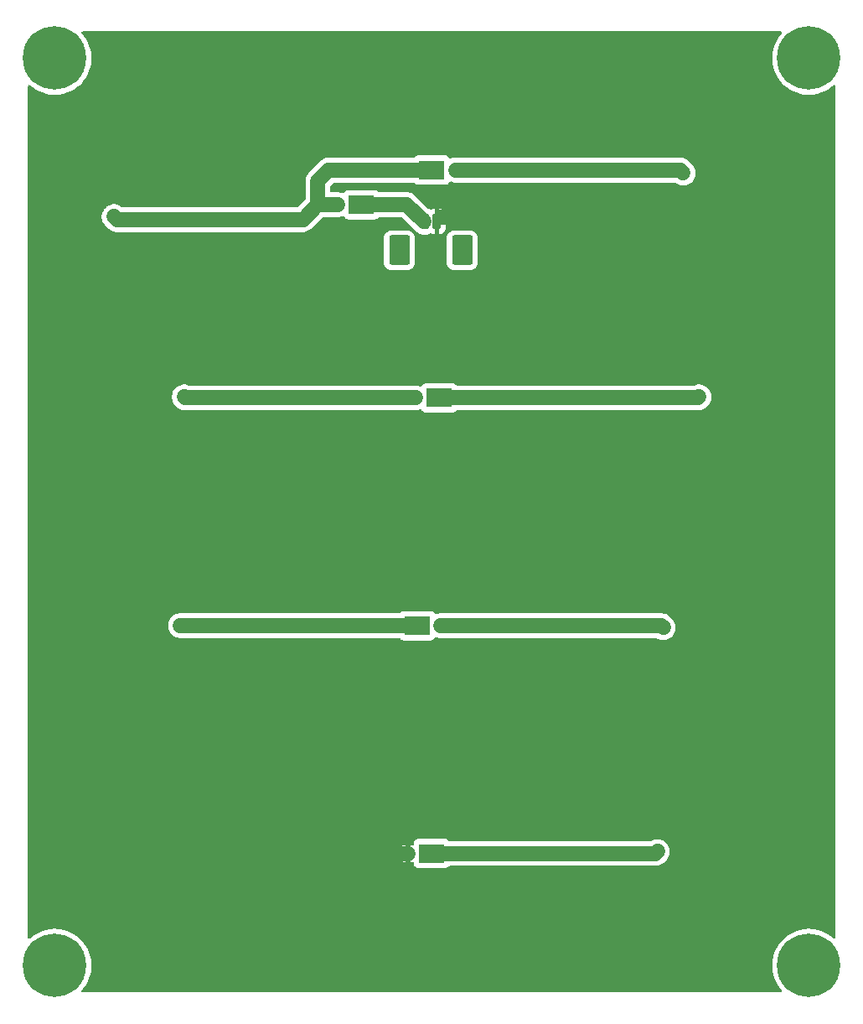
<source format=gbr>
%TF.GenerationSoftware,KiCad,Pcbnew,9.0.0-rc3*%
%TF.CreationDate,2025-06-30T09:22:31-05:00*%
%TF.ProjectId,pv_panel,70765f70-616e-4656-9c2e-6b696361645f,rev?*%
%TF.SameCoordinates,Original*%
%TF.FileFunction,Copper,L2,Bot*%
%TF.FilePolarity,Positive*%
%FSLAX46Y46*%
G04 Gerber Fmt 4.6, Leading zero omitted, Abs format (unit mm)*
G04 Created by KiCad (PCBNEW 9.0.0-rc3) date 2025-06-30 09:22:31*
%MOMM*%
%LPD*%
G01*
G04 APERTURE LIST*
G04 Aperture macros list*
%AMRoundRect*
0 Rectangle with rounded corners*
0 $1 Rounding radius*
0 $2 $3 $4 $5 $6 $7 $8 $9 X,Y pos of 4 corners*
0 Add a 4 corners polygon primitive as box body*
4,1,4,$2,$3,$4,$5,$6,$7,$8,$9,$2,$3,0*
0 Add four circle primitives for the rounded corners*
1,1,$1+$1,$2,$3*
1,1,$1+$1,$4,$5*
1,1,$1+$1,$6,$7*
1,1,$1+$1,$8,$9*
0 Add four rect primitives between the rounded corners*
20,1,$1+$1,$2,$3,$4,$5,0*
20,1,$1+$1,$4,$5,$6,$7,0*
20,1,$1+$1,$6,$7,$8,$9,0*
20,1,$1+$1,$8,$9,$2,$3,0*%
G04 Aperture macros list end*
%TA.AperFunction,ComponentPad*%
%ADD10C,0.800000*%
%TD*%
%TA.AperFunction,ComponentPad*%
%ADD11C,6.400000*%
%TD*%
%TA.AperFunction,SMDPad,CuDef*%
%ADD12R,0.838200X0.660400*%
%TD*%
%TA.AperFunction,SMDPad,CuDef*%
%ADD13R,2.641600X1.955800*%
%TD*%
%TA.AperFunction,SMDPad,CuDef*%
%ADD14RoundRect,0.200000X0.200000X0.600000X-0.200000X0.600000X-0.200000X-0.600000X0.200000X-0.600000X0*%
%TD*%
%TA.AperFunction,SMDPad,CuDef*%
%ADD15RoundRect,0.250001X0.799999X1.249999X-0.799999X1.249999X-0.799999X-1.249999X0.799999X-1.249999X0*%
%TD*%
%TA.AperFunction,ViaPad*%
%ADD16C,1.500000*%
%TD*%
%TA.AperFunction,Conductor*%
%ADD17C,1.500000*%
%TD*%
G04 APERTURE END LIST*
D10*
%TO.P,H1,1*%
%TO.N,N/C*%
X106100000Y-42100000D03*
X106802944Y-40402944D03*
X106802944Y-43797056D03*
X108500000Y-39700000D03*
D11*
X108500000Y-42100000D03*
D10*
X108500000Y-44500000D03*
X110197056Y-40402944D03*
X110197056Y-43797056D03*
X110900000Y-42100000D03*
%TD*%
%TO.P,H4,1*%
%TO.N,N/C*%
X182300000Y-133700000D03*
X183002944Y-132002944D03*
X183002944Y-135397056D03*
X184700000Y-131300000D03*
D11*
X184700000Y-133700000D03*
D10*
X184700000Y-136100000D03*
X186397056Y-132002944D03*
X186397056Y-135397056D03*
X187100000Y-133700000D03*
%TD*%
%TO.P,H3,1*%
%TO.N,N/C*%
X106100000Y-133700000D03*
X106802944Y-132002944D03*
X106802944Y-135397056D03*
X108500000Y-131300000D03*
D11*
X108500000Y-133700000D03*
D10*
X108500000Y-136100000D03*
X110197056Y-132002944D03*
X110197056Y-135397056D03*
X110900000Y-133700000D03*
%TD*%
%TO.P,H2,1*%
%TO.N,N/C*%
X182300000Y-42100000D03*
X183002944Y-40402944D03*
X183002944Y-43797056D03*
X184700000Y-39700000D03*
D11*
X184700000Y-42100000D03*
D10*
X184700000Y-44500000D03*
X186397056Y-40402944D03*
X186397056Y-43797056D03*
X187100000Y-42100000D03*
%TD*%
D12*
%TO.P,CR3,1*%
%TO.N,Net-(PV3--)*%
X147502000Y-99400000D03*
D13*
%TO.P,CR3,2*%
%TO.N,Net-(PV3-+)*%
X145111800Y-99400000D03*
%TD*%
D12*
%TO.P,CR2,1*%
%TO.N,Net-(PV3-+)*%
X144953900Y-76400000D03*
D13*
%TO.P,CR2,2*%
%TO.N,Net-(PV1--)*%
X147344100Y-76400000D03*
%TD*%
D12*
%TO.P,CR1,1*%
%TO.N,Net-(PV1--)*%
X148990200Y-53400000D03*
D13*
%TO.P,CR1,2*%
%TO.N,Net-(PV1-+)*%
X146600000Y-53400000D03*
%TD*%
D12*
%TO.P,CR0,1*%
%TO.N,Net-(PV1-+)*%
X137109800Y-56900000D03*
D13*
%TO.P,CR0,2*%
%TO.N,VPV*%
X139500000Y-56900000D03*
%TD*%
D14*
%TO.P,J1,1,Pin_1*%
%TO.N,GND*%
X147125000Y-58600000D03*
%TO.P,J1,2,Pin_2*%
%TO.N,VPV*%
X145875000Y-58600000D03*
D15*
%TO.P,J1,MP*%
%TO.N,N/C*%
X149675000Y-61500000D03*
X143325000Y-61500000D03*
%TD*%
D12*
%TO.P,CR4,1*%
%TO.N,GND*%
X144209800Y-122400000D03*
D13*
%TO.P,CR4,2*%
%TO.N,Net-(PV3--)*%
X146600000Y-122400000D03*
%TD*%
D16*
%TO.N,GND*%
X154400000Y-57300000D03*
X122100000Y-122300000D03*
%TO.N,Net-(PV1-+)*%
X114500000Y-58100000D03*
%TO.N,Net-(PV3-+)*%
X121200000Y-99400000D03*
X121600000Y-76300000D03*
%TO.N,Net-(PV3--)*%
X170000000Y-99600000D03*
X169400000Y-122200000D03*
%TO.N,Net-(PV1--)*%
X172000000Y-53700000D03*
X173600000Y-76300000D03*
%TD*%
D17*
%TO.N,GND*%
X153500000Y-58200000D02*
X147600000Y-58200000D01*
X154400000Y-57300000D02*
X153500000Y-58200000D01*
X122100000Y-122300000D02*
X122200000Y-122400000D01*
X122200000Y-122400000D02*
X144209800Y-122400000D01*
%TO.N,VPV*%
X144074000Y-56900000D02*
X145774000Y-58600000D01*
X139500000Y-56900000D02*
X144074000Y-56900000D01*
%TO.N,Net-(PV1-+)*%
X136200000Y-53400000D02*
X146600000Y-53400000D01*
X135100000Y-56900000D02*
X137109800Y-56900000D01*
X133600000Y-58400000D02*
X114800000Y-58400000D01*
X114800000Y-58400000D02*
X114500000Y-58100000D01*
X135100000Y-54500000D02*
X136200000Y-53400000D01*
X133600000Y-58400000D02*
X135100000Y-56900000D01*
X135100000Y-56900000D02*
X135100000Y-54500000D01*
%TO.N,Net-(PV3-+)*%
X144953900Y-76400000D02*
X121700000Y-76400000D01*
X121700000Y-76400000D02*
X121600000Y-76300000D01*
X121200000Y-99400000D02*
X145111800Y-99400000D01*
%TO.N,Net-(PV3--)*%
X170000000Y-99600000D02*
X169800000Y-99400000D01*
X169200000Y-122400000D02*
X169400000Y-122200000D01*
X169800000Y-99400000D02*
X147502000Y-99400000D01*
X146600000Y-122400000D02*
X169200000Y-122400000D01*
%TO.N,Net-(PV1--)*%
X147344100Y-76400000D02*
X173500000Y-76400000D01*
X173500000Y-76400000D02*
X173600000Y-76300000D01*
X171700000Y-53400000D02*
X148990200Y-53400000D01*
X172000000Y-53700000D02*
X171700000Y-53400000D01*
%TD*%
%TA.AperFunction,Conductor*%
%TO.N,GND*%
G36*
X181933878Y-39420185D02*
G01*
X181979633Y-39472989D01*
X181989577Y-39542147D01*
X181960552Y-39605703D01*
X181955512Y-39611115D01*
X181954810Y-39611889D01*
X181724150Y-39892950D01*
X181724140Y-39892964D01*
X181522151Y-40195261D01*
X181522140Y-40195279D01*
X181350756Y-40515916D01*
X181350754Y-40515921D01*
X181211614Y-40851834D01*
X181106067Y-41199776D01*
X181106064Y-41199787D01*
X181035137Y-41556369D01*
X180999500Y-41918209D01*
X180999500Y-42281790D01*
X181035137Y-42643630D01*
X181106064Y-43000212D01*
X181106067Y-43000223D01*
X181211614Y-43348165D01*
X181350754Y-43684078D01*
X181350756Y-43684083D01*
X181522140Y-44004720D01*
X181522151Y-44004738D01*
X181724140Y-44307035D01*
X181724150Y-44307049D01*
X181954807Y-44588106D01*
X182211893Y-44845192D01*
X182211898Y-44845196D01*
X182211899Y-44845197D01*
X182492956Y-45075854D01*
X182795268Y-45277853D01*
X182795277Y-45277858D01*
X182795279Y-45277859D01*
X183115916Y-45449243D01*
X183115918Y-45449243D01*
X183115924Y-45449247D01*
X183451836Y-45588386D01*
X183799767Y-45693930D01*
X183799773Y-45693931D01*
X183799776Y-45693932D01*
X183799787Y-45693935D01*
X184156369Y-45764862D01*
X184518206Y-45800500D01*
X184518209Y-45800500D01*
X184881791Y-45800500D01*
X184881794Y-45800500D01*
X185243631Y-45764862D01*
X185313045Y-45751054D01*
X185600212Y-45693935D01*
X185600223Y-45693932D01*
X185600223Y-45693931D01*
X185600233Y-45693930D01*
X185948164Y-45588386D01*
X186284076Y-45449247D01*
X186604732Y-45277853D01*
X186907044Y-45075854D01*
X187188101Y-44845197D01*
X187188106Y-44845192D01*
X187188110Y-44845189D01*
X187190363Y-44843148D01*
X187190939Y-44843783D01*
X187249110Y-44812001D01*
X187318803Y-44816967D01*
X187374747Y-44858823D01*
X187399182Y-44924281D01*
X187399500Y-44933160D01*
X187399500Y-130866839D01*
X187379815Y-130933878D01*
X187327011Y-130979633D01*
X187257853Y-130989577D01*
X187194297Y-130960552D01*
X187188884Y-130955512D01*
X187188110Y-130954810D01*
X186907049Y-130724150D01*
X186907048Y-130724149D01*
X186907044Y-130724146D01*
X186604732Y-130522147D01*
X186604727Y-130522144D01*
X186604720Y-130522140D01*
X186284083Y-130350756D01*
X186284078Y-130350754D01*
X185948165Y-130211614D01*
X185600223Y-130106067D01*
X185600212Y-130106064D01*
X185243630Y-130035137D01*
X184971111Y-130008296D01*
X184881794Y-129999500D01*
X184518206Y-129999500D01*
X184435679Y-130007628D01*
X184156369Y-130035137D01*
X183799787Y-130106064D01*
X183799776Y-130106067D01*
X183451834Y-130211614D01*
X183115921Y-130350754D01*
X183115916Y-130350756D01*
X182795279Y-130522140D01*
X182795261Y-130522151D01*
X182492964Y-130724140D01*
X182492950Y-130724150D01*
X182211893Y-130954807D01*
X181954807Y-131211893D01*
X181724150Y-131492950D01*
X181724140Y-131492964D01*
X181522151Y-131795261D01*
X181522140Y-131795279D01*
X181350756Y-132115916D01*
X181350754Y-132115921D01*
X181211614Y-132451834D01*
X181106067Y-132799776D01*
X181106064Y-132799787D01*
X181035137Y-133156369D01*
X180999500Y-133518209D01*
X180999500Y-133881790D01*
X181035137Y-134243630D01*
X181106064Y-134600212D01*
X181106067Y-134600223D01*
X181211614Y-134948165D01*
X181350754Y-135284078D01*
X181350756Y-135284083D01*
X181522140Y-135604720D01*
X181522151Y-135604738D01*
X181724140Y-135907035D01*
X181724150Y-135907049D01*
X181954810Y-136188110D01*
X181956852Y-136190363D01*
X181956221Y-136190934D01*
X181988005Y-136249142D01*
X181983021Y-136318834D01*
X181941149Y-136374767D01*
X181875685Y-136399184D01*
X181866839Y-136399500D01*
X111333161Y-136399500D01*
X111266122Y-136379815D01*
X111220367Y-136327011D01*
X111210423Y-136257853D01*
X111239448Y-136194297D01*
X111244487Y-136188884D01*
X111245189Y-136188110D01*
X111245193Y-136188104D01*
X111245197Y-136188101D01*
X111475854Y-135907044D01*
X111677853Y-135604732D01*
X111849247Y-135284076D01*
X111988386Y-134948164D01*
X112093930Y-134600233D01*
X112093932Y-134600223D01*
X112093935Y-134600212D01*
X112164862Y-134243630D01*
X112200500Y-133881790D01*
X112200500Y-133518209D01*
X112164862Y-133156369D01*
X112093935Y-132799787D01*
X112093932Y-132799776D01*
X112093931Y-132799773D01*
X112093930Y-132799767D01*
X111988386Y-132451836D01*
X111849247Y-132115924D01*
X111677853Y-131795268D01*
X111475854Y-131492956D01*
X111245197Y-131211899D01*
X111245196Y-131211898D01*
X111245192Y-131211893D01*
X110988106Y-130954807D01*
X110707049Y-130724150D01*
X110707048Y-130724149D01*
X110707044Y-130724146D01*
X110404732Y-130522147D01*
X110404727Y-130522144D01*
X110404720Y-130522140D01*
X110084083Y-130350756D01*
X110084078Y-130350754D01*
X109748165Y-130211614D01*
X109400223Y-130106067D01*
X109400212Y-130106064D01*
X109043630Y-130035137D01*
X108771111Y-130008296D01*
X108681794Y-129999500D01*
X108318206Y-129999500D01*
X108235679Y-130007628D01*
X107956369Y-130035137D01*
X107599787Y-130106064D01*
X107599776Y-130106067D01*
X107251834Y-130211614D01*
X106915921Y-130350754D01*
X106915916Y-130350756D01*
X106595279Y-130522140D01*
X106595261Y-130522151D01*
X106292964Y-130724140D01*
X106292950Y-130724150D01*
X106011889Y-130954810D01*
X106009637Y-130956852D01*
X106009065Y-130956221D01*
X105950858Y-130988005D01*
X105881166Y-130983021D01*
X105825233Y-130941149D01*
X105800816Y-130875685D01*
X105800500Y-130866839D01*
X105800500Y-122778044D01*
X143290700Y-122778044D01*
X143297101Y-122837572D01*
X143297103Y-122837579D01*
X143347345Y-122972286D01*
X143347349Y-122972293D01*
X143433509Y-123087387D01*
X143433512Y-123087390D01*
X143548606Y-123173550D01*
X143548613Y-123173554D01*
X143683320Y-123223796D01*
X143683327Y-123223798D01*
X143742855Y-123230199D01*
X143742872Y-123230200D01*
X143959800Y-123230200D01*
X143959800Y-122650000D01*
X143290700Y-122650000D01*
X143290700Y-122778044D01*
X105800500Y-122778044D01*
X105800500Y-122021955D01*
X143290700Y-122021955D01*
X143290700Y-122150000D01*
X143959800Y-122150000D01*
X143959800Y-121569800D01*
X144459800Y-121569800D01*
X144459800Y-123230200D01*
X144654701Y-123230200D01*
X144721740Y-123249885D01*
X144767495Y-123302689D01*
X144778701Y-123354200D01*
X144778701Y-123425776D01*
X144785108Y-123485383D01*
X144835402Y-123620228D01*
X144835406Y-123620235D01*
X144921652Y-123735444D01*
X144921655Y-123735447D01*
X145036864Y-123821693D01*
X145036871Y-123821697D01*
X145171717Y-123871991D01*
X145171716Y-123871991D01*
X145178644Y-123872735D01*
X145231327Y-123878400D01*
X147968672Y-123878399D01*
X148028283Y-123871991D01*
X148163131Y-123821696D01*
X148278346Y-123735446D01*
X148304739Y-123700190D01*
X148360672Y-123658318D01*
X148404006Y-123650500D01*
X169298422Y-123650500D01*
X169492826Y-123619709D01*
X169680026Y-123558884D01*
X169855405Y-123469524D01*
X170014646Y-123353828D01*
X170353829Y-123014645D01*
X170469524Y-122855405D01*
X170558884Y-122680026D01*
X170619709Y-122492826D01*
X170619866Y-122491835D01*
X170619868Y-122491825D01*
X170650500Y-122298422D01*
X170650500Y-122101580D01*
X170650481Y-122101463D01*
X170650425Y-122101111D01*
X170619709Y-121907172D01*
X170558882Y-121719969D01*
X170526463Y-121656345D01*
X170469524Y-121544595D01*
X170446452Y-121512839D01*
X170353834Y-121385360D01*
X170353830Y-121385355D01*
X170214644Y-121246169D01*
X170214639Y-121246165D01*
X170055408Y-121130478D01*
X170055407Y-121130477D01*
X170055405Y-121130476D01*
X169995220Y-121099810D01*
X169880030Y-121041117D01*
X169692827Y-120980290D01*
X169498422Y-120949500D01*
X169498417Y-120949500D01*
X169301583Y-120949500D01*
X169301578Y-120949500D01*
X169119720Y-120978304D01*
X169119719Y-120978304D01*
X169107175Y-120980290D01*
X169107170Y-120980291D01*
X168919971Y-121041117D01*
X168744592Y-121130477D01*
X168743371Y-121131226D01*
X168742816Y-121131382D01*
X168740254Y-121132688D01*
X168739994Y-121132178D01*
X168678579Y-121149500D01*
X148404006Y-121149500D01*
X148336967Y-121129815D01*
X148304739Y-121099810D01*
X148278350Y-121064558D01*
X148278347Y-121064555D01*
X148278346Y-121064554D01*
X148278342Y-121064551D01*
X148163135Y-120978306D01*
X148163128Y-120978302D01*
X148028282Y-120928008D01*
X148028283Y-120928008D01*
X147968683Y-120921601D01*
X147968681Y-120921600D01*
X147968673Y-120921600D01*
X147968664Y-120921600D01*
X145231329Y-120921600D01*
X145231323Y-120921601D01*
X145171716Y-120928008D01*
X145036871Y-120978302D01*
X145036864Y-120978306D01*
X144921655Y-121064552D01*
X144921652Y-121064555D01*
X144835406Y-121179764D01*
X144835402Y-121179771D01*
X144785108Y-121314617D01*
X144778701Y-121374216D01*
X144778700Y-121374235D01*
X144778700Y-121445800D01*
X144759015Y-121512839D01*
X144706211Y-121558594D01*
X144654700Y-121569800D01*
X144459800Y-121569800D01*
X143959800Y-121569800D01*
X143742855Y-121569800D01*
X143683327Y-121576201D01*
X143683320Y-121576203D01*
X143548613Y-121626445D01*
X143548606Y-121626449D01*
X143433512Y-121712609D01*
X143433509Y-121712612D01*
X143347349Y-121827706D01*
X143347345Y-121827713D01*
X143297103Y-121962420D01*
X143297101Y-121962427D01*
X143290700Y-122021955D01*
X105800500Y-122021955D01*
X105800500Y-99301577D01*
X119949500Y-99301577D01*
X119949500Y-99498422D01*
X119980290Y-99692826D01*
X120041117Y-99880029D01*
X120130476Y-100055405D01*
X120246172Y-100214646D01*
X120385354Y-100353828D01*
X120544595Y-100469524D01*
X120616871Y-100506350D01*
X120719970Y-100558882D01*
X120719972Y-100558882D01*
X120719975Y-100558884D01*
X120820317Y-100591487D01*
X120907173Y-100619709D01*
X121101578Y-100650500D01*
X121101583Y-100650500D01*
X143307794Y-100650500D01*
X143374833Y-100670185D01*
X143407061Y-100700190D01*
X143433449Y-100735441D01*
X143433452Y-100735444D01*
X143433454Y-100735446D01*
X143433457Y-100735448D01*
X143548664Y-100821693D01*
X143548671Y-100821697D01*
X143683517Y-100871991D01*
X143683516Y-100871991D01*
X143690444Y-100872735D01*
X143743127Y-100878400D01*
X146480472Y-100878399D01*
X146540083Y-100871991D01*
X146674931Y-100821696D01*
X146790146Y-100735446D01*
X146876396Y-100620231D01*
X146876396Y-100620228D01*
X146877475Y-100618255D01*
X146879071Y-100616658D01*
X146881712Y-100613131D01*
X146882218Y-100613510D01*
X146926878Y-100568847D01*
X146995150Y-100553991D01*
X147024618Y-100559742D01*
X147173199Y-100608020D01*
X147209173Y-100619709D01*
X147403578Y-100650500D01*
X147403583Y-100650500D01*
X169278579Y-100650500D01*
X169339994Y-100667821D01*
X169340254Y-100667312D01*
X169342816Y-100668617D01*
X169343371Y-100668774D01*
X169344593Y-100669522D01*
X169344595Y-100669524D01*
X169425723Y-100710861D01*
X169519969Y-100758882D01*
X169519971Y-100758882D01*
X169519974Y-100758884D01*
X169620318Y-100791487D01*
X169707173Y-100819709D01*
X169901578Y-100850500D01*
X169901583Y-100850500D01*
X170098422Y-100850500D01*
X170292827Y-100819709D01*
X170480026Y-100758884D01*
X170655405Y-100669524D01*
X170814646Y-100553829D01*
X170953829Y-100414646D01*
X171069524Y-100255405D01*
X171158884Y-100080026D01*
X171219709Y-99892827D01*
X171221737Y-99880025D01*
X171250500Y-99698422D01*
X171250500Y-99501588D01*
X171250500Y-99501584D01*
X171249998Y-99498417D01*
X171219709Y-99307174D01*
X171219706Y-99307164D01*
X171160391Y-99124612D01*
X171159329Y-99120847D01*
X171069523Y-98944594D01*
X171051636Y-98919975D01*
X170953829Y-98785355D01*
X170614646Y-98446172D01*
X170455405Y-98330476D01*
X170280030Y-98241117D01*
X170092826Y-98180290D01*
X169898422Y-98149500D01*
X169898417Y-98149500D01*
X147403583Y-98149500D01*
X147403578Y-98149500D01*
X147209172Y-98180291D01*
X147209169Y-98180291D01*
X147024628Y-98240253D01*
X146954787Y-98242248D01*
X146894954Y-98206168D01*
X146877480Y-98181753D01*
X146876395Y-98179767D01*
X146790147Y-98064555D01*
X146790144Y-98064552D01*
X146674935Y-97978306D01*
X146674928Y-97978302D01*
X146540082Y-97928008D01*
X146540083Y-97928008D01*
X146480483Y-97921601D01*
X146480481Y-97921600D01*
X146480473Y-97921600D01*
X146480464Y-97921600D01*
X143743129Y-97921600D01*
X143743123Y-97921601D01*
X143683516Y-97928008D01*
X143548671Y-97978302D01*
X143548664Y-97978306D01*
X143433457Y-98064551D01*
X143433449Y-98064558D01*
X143407061Y-98099810D01*
X143351128Y-98141682D01*
X143307794Y-98149500D01*
X121101578Y-98149500D01*
X120907173Y-98180290D01*
X120719970Y-98241117D01*
X120544594Y-98330476D01*
X120453741Y-98396485D01*
X120385354Y-98446172D01*
X120385352Y-98446174D01*
X120385351Y-98446174D01*
X120246174Y-98585351D01*
X120246174Y-98585352D01*
X120246172Y-98585354D01*
X120196485Y-98653741D01*
X120130476Y-98744594D01*
X120041117Y-98919970D01*
X119980290Y-99107173D01*
X119949500Y-99301577D01*
X105800500Y-99301577D01*
X105800500Y-76201577D01*
X120349500Y-76201577D01*
X120349500Y-76398422D01*
X120380290Y-76592826D01*
X120441117Y-76780030D01*
X120530475Y-76955403D01*
X120530476Y-76955405D01*
X120646172Y-77114646D01*
X120885354Y-77353828D01*
X121044594Y-77469524D01*
X121075720Y-77485383D01*
X121171890Y-77534383D01*
X121219974Y-77558884D01*
X121219980Y-77558886D01*
X121285361Y-77580129D01*
X121346346Y-77599944D01*
X121346347Y-77599945D01*
X121346348Y-77599945D01*
X121407173Y-77619709D01*
X121480076Y-77631255D01*
X121601578Y-77650500D01*
X121601583Y-77650500D01*
X145052322Y-77650500D01*
X145246726Y-77619709D01*
X145431275Y-77559744D01*
X145501111Y-77557749D01*
X145560944Y-77593829D01*
X145578420Y-77618246D01*
X145579506Y-77620235D01*
X145665752Y-77735444D01*
X145665755Y-77735447D01*
X145780964Y-77821693D01*
X145780971Y-77821697D01*
X145915817Y-77871991D01*
X145915816Y-77871991D01*
X145922744Y-77872735D01*
X145975427Y-77878400D01*
X148712772Y-77878399D01*
X148772383Y-77871991D01*
X148907231Y-77821696D01*
X149022446Y-77735446D01*
X149048839Y-77700190D01*
X149104772Y-77658318D01*
X149148106Y-77650500D01*
X173598422Y-77650500D01*
X173792826Y-77619709D01*
X173853656Y-77599944D01*
X173980026Y-77558884D01*
X174155405Y-77469524D01*
X174314646Y-77353828D01*
X174553828Y-77114646D01*
X174669524Y-76955406D01*
X174756678Y-76784352D01*
X174758582Y-76780953D01*
X174819709Y-76592826D01*
X174850500Y-76398422D01*
X174850500Y-76201577D01*
X174819709Y-76007173D01*
X174758882Y-75819970D01*
X174669523Y-75644594D01*
X174553828Y-75485354D01*
X174414646Y-75346172D01*
X174255405Y-75230476D01*
X174080029Y-75141117D01*
X173892826Y-75080290D01*
X173698422Y-75049500D01*
X173698417Y-75049500D01*
X173698416Y-75049500D01*
X173501583Y-75049500D01*
X173501578Y-75049500D01*
X173307172Y-75080291D01*
X173246348Y-75100053D01*
X173246348Y-75100054D01*
X173119975Y-75141116D01*
X173119971Y-75141117D01*
X173115342Y-75142622D01*
X173114996Y-75141557D01*
X173075070Y-75149500D01*
X149148106Y-75149500D01*
X149081067Y-75129815D01*
X149048839Y-75099810D01*
X149022450Y-75064558D01*
X149022447Y-75064555D01*
X149022446Y-75064554D01*
X149022442Y-75064551D01*
X148907235Y-74978306D01*
X148907228Y-74978302D01*
X148772382Y-74928008D01*
X148772383Y-74928008D01*
X148712783Y-74921601D01*
X148712781Y-74921600D01*
X148712773Y-74921600D01*
X148712764Y-74921600D01*
X145975429Y-74921600D01*
X145975423Y-74921601D01*
X145915816Y-74928008D01*
X145780971Y-74978302D01*
X145780964Y-74978306D01*
X145665755Y-75064552D01*
X145665752Y-75064555D01*
X145579504Y-75179767D01*
X145578420Y-75181753D01*
X145576820Y-75183352D01*
X145574188Y-75186869D01*
X145573682Y-75186490D01*
X145529013Y-75231156D01*
X145460740Y-75246006D01*
X145431272Y-75240253D01*
X145246728Y-75180291D01*
X145052322Y-75149500D01*
X145052317Y-75149500D01*
X122124932Y-75149500D01*
X122085004Y-75141556D01*
X122084659Y-75142621D01*
X121892828Y-75080291D01*
X121698422Y-75049500D01*
X121698417Y-75049500D01*
X121501583Y-75049500D01*
X121501578Y-75049500D01*
X121307173Y-75080290D01*
X121119969Y-75141117D01*
X120944594Y-75230476D01*
X120857645Y-75293649D01*
X120785354Y-75346172D01*
X120785352Y-75346174D01*
X120785351Y-75346174D01*
X120646174Y-75485351D01*
X120646174Y-75485352D01*
X120646172Y-75485354D01*
X120596485Y-75553741D01*
X120530476Y-75644594D01*
X120441117Y-75819969D01*
X120380290Y-76007173D01*
X120349500Y-76201577D01*
X105800500Y-76201577D01*
X105800500Y-60199984D01*
X141774500Y-60199984D01*
X141774500Y-62800015D01*
X141785000Y-62902795D01*
X141785001Y-62902796D01*
X141840186Y-63069335D01*
X141840187Y-63069337D01*
X141932286Y-63218651D01*
X141932289Y-63218655D01*
X142056344Y-63342710D01*
X142056348Y-63342713D01*
X142205662Y-63434812D01*
X142205664Y-63434813D01*
X142205666Y-63434814D01*
X142372203Y-63489999D01*
X142474992Y-63500500D01*
X142474997Y-63500500D01*
X144175003Y-63500500D01*
X144175008Y-63500500D01*
X144277797Y-63489999D01*
X144444334Y-63434814D01*
X144593655Y-63342711D01*
X144717711Y-63218655D01*
X144809814Y-63069334D01*
X144864999Y-62902797D01*
X144875500Y-62800008D01*
X144875500Y-60199992D01*
X144875499Y-60199984D01*
X148124500Y-60199984D01*
X148124500Y-62800015D01*
X148135000Y-62902795D01*
X148135001Y-62902796D01*
X148190186Y-63069335D01*
X148190187Y-63069337D01*
X148282286Y-63218651D01*
X148282289Y-63218655D01*
X148406344Y-63342710D01*
X148406348Y-63342713D01*
X148555662Y-63434812D01*
X148555664Y-63434813D01*
X148555666Y-63434814D01*
X148722203Y-63489999D01*
X148824992Y-63500500D01*
X148824997Y-63500500D01*
X150525003Y-63500500D01*
X150525008Y-63500500D01*
X150627797Y-63489999D01*
X150794334Y-63434814D01*
X150943655Y-63342711D01*
X151067711Y-63218655D01*
X151159814Y-63069334D01*
X151214999Y-62902797D01*
X151225500Y-62800008D01*
X151225500Y-60199992D01*
X151214999Y-60097203D01*
X151159814Y-59930666D01*
X151141207Y-59900500D01*
X151067713Y-59781348D01*
X151067710Y-59781344D01*
X150943655Y-59657289D01*
X150943651Y-59657286D01*
X150794337Y-59565187D01*
X150794335Y-59565186D01*
X150711065Y-59537593D01*
X150627797Y-59510001D01*
X150627795Y-59510000D01*
X150525015Y-59499500D01*
X150525008Y-59499500D01*
X148824992Y-59499500D01*
X148824984Y-59499500D01*
X148722204Y-59510000D01*
X148722203Y-59510001D01*
X148555664Y-59565186D01*
X148555662Y-59565187D01*
X148406348Y-59657286D01*
X148406344Y-59657289D01*
X148282289Y-59781344D01*
X148282286Y-59781348D01*
X148190187Y-59930662D01*
X148190186Y-59930664D01*
X148135001Y-60097203D01*
X148135000Y-60097204D01*
X148124500Y-60199984D01*
X144875499Y-60199984D01*
X144864999Y-60097203D01*
X144809814Y-59930666D01*
X144791207Y-59900500D01*
X144717713Y-59781348D01*
X144717710Y-59781344D01*
X144593655Y-59657289D01*
X144593651Y-59657286D01*
X144444337Y-59565187D01*
X144444335Y-59565186D01*
X144361065Y-59537593D01*
X144277797Y-59510001D01*
X144277795Y-59510000D01*
X144175015Y-59499500D01*
X144175008Y-59499500D01*
X142474992Y-59499500D01*
X142474984Y-59499500D01*
X142372204Y-59510000D01*
X142372203Y-59510001D01*
X142205664Y-59565186D01*
X142205662Y-59565187D01*
X142056348Y-59657286D01*
X142056344Y-59657289D01*
X141932289Y-59781344D01*
X141932286Y-59781348D01*
X141840187Y-59930662D01*
X141840186Y-59930664D01*
X141785001Y-60097203D01*
X141785000Y-60097204D01*
X141774500Y-60199984D01*
X105800500Y-60199984D01*
X105800500Y-58001577D01*
X113249500Y-58001577D01*
X113249500Y-58198422D01*
X113280290Y-58392826D01*
X113341117Y-58580030D01*
X113430476Y-58755405D01*
X113546172Y-58914646D01*
X113985354Y-59353828D01*
X114144595Y-59469524D01*
X114224034Y-59510000D01*
X114319969Y-59558882D01*
X114319971Y-59558882D01*
X114319974Y-59558884D01*
X114420318Y-59591487D01*
X114507173Y-59619709D01*
X114701578Y-59650500D01*
X114701583Y-59650500D01*
X133698422Y-59650500D01*
X133892826Y-59619709D01*
X134080026Y-59558884D01*
X134255405Y-59469524D01*
X134414646Y-59353828D01*
X135581655Y-58186819D01*
X135642978Y-58153334D01*
X135669336Y-58150500D01*
X137208222Y-58150500D01*
X137402626Y-58119709D01*
X137587175Y-58059744D01*
X137657011Y-58057749D01*
X137716844Y-58093829D01*
X137734320Y-58118246D01*
X137735406Y-58120235D01*
X137821652Y-58235444D01*
X137821655Y-58235447D01*
X137936864Y-58321693D01*
X137936871Y-58321697D01*
X138071717Y-58371991D01*
X138071716Y-58371991D01*
X138078644Y-58372735D01*
X138131327Y-58378400D01*
X140868672Y-58378399D01*
X140928283Y-58371991D01*
X141063131Y-58321696D01*
X141178346Y-58235446D01*
X141204739Y-58200190D01*
X141260672Y-58158318D01*
X141304006Y-58150500D01*
X143504664Y-58150500D01*
X143571703Y-58170185D01*
X143592345Y-58186819D01*
X144959354Y-59553828D01*
X145049251Y-59619142D01*
X145118590Y-59669521D01*
X145118592Y-59669522D01*
X145118595Y-59669524D01*
X145173009Y-59697249D01*
X145204396Y-59720053D01*
X145239811Y-59755468D01*
X145239811Y-59755469D01*
X145239813Y-59755470D01*
X145239815Y-59755472D01*
X145385394Y-59843478D01*
X145547804Y-59894086D01*
X145618384Y-59900500D01*
X145618387Y-59900500D01*
X146131613Y-59900500D01*
X146131616Y-59900500D01*
X146202196Y-59894086D01*
X146364606Y-59843478D01*
X146436335Y-59800115D01*
X146503886Y-59782280D01*
X146564633Y-59800116D01*
X146635604Y-59843019D01*
X146635603Y-59843019D01*
X146797894Y-59893590D01*
X146797893Y-59893590D01*
X146868408Y-59899998D01*
X146868426Y-59899999D01*
X147375000Y-59899999D01*
X147381581Y-59899999D01*
X147452102Y-59893591D01*
X147452107Y-59893590D01*
X147614396Y-59843018D01*
X147759877Y-59755072D01*
X147880072Y-59634877D01*
X147968019Y-59489395D01*
X148018590Y-59327106D01*
X148025000Y-59256572D01*
X148025000Y-58850000D01*
X147375000Y-58850000D01*
X147375000Y-59899999D01*
X146868426Y-59899999D01*
X146874999Y-59899998D01*
X146875000Y-59899998D01*
X146875000Y-59223399D01*
X146888516Y-59167104D01*
X146932880Y-59080035D01*
X146932881Y-59080031D01*
X146932884Y-59080026D01*
X146993709Y-58892826D01*
X147000492Y-58850000D01*
X147011700Y-58779240D01*
X147011700Y-58779239D01*
X147024500Y-58698422D01*
X147024500Y-58501577D01*
X147000492Y-58350000D01*
X147375000Y-58350000D01*
X148024999Y-58350000D01*
X148024999Y-57943417D01*
X148018591Y-57872897D01*
X148018590Y-57872892D01*
X147968018Y-57710603D01*
X147880072Y-57565122D01*
X147759877Y-57444927D01*
X147614395Y-57356980D01*
X147614396Y-57356980D01*
X147452105Y-57306409D01*
X147452106Y-57306409D01*
X147381572Y-57300000D01*
X147375000Y-57300000D01*
X147375000Y-58350000D01*
X147000492Y-58350000D01*
X146993709Y-58307173D01*
X146982085Y-58271399D01*
X146932884Y-58119974D01*
X146888515Y-58032894D01*
X146875000Y-57976599D01*
X146875000Y-57300000D01*
X146874999Y-57299999D01*
X146868436Y-57300000D01*
X146868417Y-57300001D01*
X146797897Y-57306408D01*
X146797892Y-57306409D01*
X146635604Y-57356980D01*
X146564632Y-57399884D01*
X146557286Y-57401823D01*
X146551526Y-57406773D01*
X146523974Y-57410617D01*
X146497077Y-57417719D01*
X146488119Y-57415621D01*
X146482327Y-57416430D01*
X146465095Y-57410230D01*
X146448504Y-57406346D01*
X146442241Y-57403454D01*
X146364606Y-57356522D01*
X146290742Y-57333505D01*
X146283386Y-57330109D01*
X146271070Y-57319347D01*
X146247684Y-57305210D01*
X144888648Y-55946174D01*
X144888646Y-55946172D01*
X144729405Y-55830476D01*
X144554030Y-55741117D01*
X144366826Y-55680290D01*
X144172422Y-55649500D01*
X144172417Y-55649500D01*
X141304006Y-55649500D01*
X141236967Y-55629815D01*
X141204739Y-55599810D01*
X141178350Y-55564558D01*
X141178347Y-55564555D01*
X141178346Y-55564554D01*
X141126177Y-55525500D01*
X141063135Y-55478306D01*
X141063128Y-55478302D01*
X140928282Y-55428008D01*
X140928283Y-55428008D01*
X140868683Y-55421601D01*
X140868681Y-55421600D01*
X140868673Y-55421600D01*
X140868664Y-55421600D01*
X138131329Y-55421600D01*
X138131323Y-55421601D01*
X138071716Y-55428008D01*
X137936871Y-55478302D01*
X137936864Y-55478306D01*
X137821655Y-55564552D01*
X137821652Y-55564555D01*
X137735404Y-55679767D01*
X137734320Y-55681753D01*
X137732720Y-55683352D01*
X137730088Y-55686869D01*
X137729582Y-55686490D01*
X137684913Y-55731156D01*
X137616640Y-55746006D01*
X137587172Y-55740253D01*
X137402628Y-55680291D01*
X137208222Y-55649500D01*
X137208217Y-55649500D01*
X136474500Y-55649500D01*
X136407461Y-55629815D01*
X136361706Y-55577011D01*
X136350500Y-55525500D01*
X136350500Y-55069336D01*
X136370185Y-55002297D01*
X136386819Y-54981655D01*
X136681655Y-54686819D01*
X136742978Y-54653334D01*
X136769336Y-54650500D01*
X144795994Y-54650500D01*
X144863033Y-54670185D01*
X144895261Y-54700190D01*
X144921649Y-54735441D01*
X144921652Y-54735444D01*
X144921654Y-54735446D01*
X144921657Y-54735448D01*
X145036864Y-54821693D01*
X145036871Y-54821697D01*
X145171717Y-54871991D01*
X145171716Y-54871991D01*
X145178644Y-54872735D01*
X145231327Y-54878400D01*
X147968672Y-54878399D01*
X148028283Y-54871991D01*
X148163131Y-54821696D01*
X148278346Y-54735446D01*
X148364596Y-54620231D01*
X148364596Y-54620228D01*
X148365675Y-54618255D01*
X148367271Y-54616658D01*
X148369912Y-54613131D01*
X148370418Y-54613510D01*
X148415078Y-54568847D01*
X148483350Y-54553991D01*
X148512818Y-54559742D01*
X148661399Y-54608020D01*
X148697373Y-54619709D01*
X148891778Y-54650500D01*
X148891783Y-54650500D01*
X171140483Y-54650500D01*
X171207522Y-54670185D01*
X171213364Y-54674178D01*
X171344595Y-54769524D01*
X171427454Y-54811742D01*
X171519969Y-54858882D01*
X171519971Y-54858882D01*
X171519974Y-54858884D01*
X171620318Y-54891487D01*
X171707173Y-54919709D01*
X171901578Y-54950500D01*
X171901583Y-54950500D01*
X172098422Y-54950500D01*
X172292826Y-54919709D01*
X172480026Y-54858884D01*
X172655405Y-54769524D01*
X172814646Y-54653828D01*
X172953828Y-54514646D01*
X173069524Y-54355405D01*
X173158884Y-54180026D01*
X173219709Y-53992826D01*
X173222923Y-53972531D01*
X173250500Y-53798417D01*
X173250500Y-53601583D01*
X173250500Y-53601577D01*
X173219709Y-53407173D01*
X173178482Y-53280292D01*
X173178482Y-53280290D01*
X173158886Y-53219979D01*
X173158884Y-53219973D01*
X173069523Y-53044594D01*
X172953828Y-52885354D01*
X172514646Y-52446172D01*
X172355405Y-52330476D01*
X172180030Y-52241117D01*
X171992826Y-52180290D01*
X171798422Y-52149500D01*
X171798417Y-52149500D01*
X148891783Y-52149500D01*
X148891778Y-52149500D01*
X148697372Y-52180291D01*
X148697369Y-52180291D01*
X148512828Y-52240253D01*
X148442987Y-52242248D01*
X148383154Y-52206168D01*
X148365680Y-52181753D01*
X148364595Y-52179766D01*
X148278347Y-52064555D01*
X148278344Y-52064552D01*
X148163135Y-51978306D01*
X148163128Y-51978302D01*
X148028282Y-51928008D01*
X148028283Y-51928008D01*
X147968683Y-51921601D01*
X147968681Y-51921600D01*
X147968673Y-51921600D01*
X147968664Y-51921600D01*
X145231329Y-51921600D01*
X145231323Y-51921601D01*
X145171716Y-51928008D01*
X145036871Y-51978302D01*
X145036864Y-51978306D01*
X144921657Y-52064551D01*
X144921649Y-52064558D01*
X144895261Y-52099810D01*
X144839328Y-52141682D01*
X144795994Y-52149500D01*
X136101578Y-52149500D01*
X135910471Y-52179768D01*
X135910470Y-52179767D01*
X135907180Y-52180289D01*
X135907170Y-52180291D01*
X135719971Y-52241117D01*
X135544594Y-52330476D01*
X135453741Y-52396485D01*
X135385354Y-52446172D01*
X135385352Y-52446174D01*
X135385351Y-52446174D01*
X134146174Y-53685351D01*
X134146174Y-53685352D01*
X134146172Y-53685354D01*
X134096485Y-53753741D01*
X134030476Y-53844594D01*
X133940669Y-54020851D01*
X133939608Y-54024612D01*
X133880291Y-54207169D01*
X133880291Y-54207172D01*
X133849500Y-54401577D01*
X133849500Y-56330664D01*
X133829815Y-56397703D01*
X133813181Y-56418345D01*
X133118345Y-57113181D01*
X133057022Y-57146666D01*
X133030664Y-57149500D01*
X115359517Y-57149500D01*
X115292478Y-57129815D01*
X115286631Y-57125818D01*
X115155405Y-57030476D01*
X114980030Y-56941117D01*
X114792826Y-56880290D01*
X114598422Y-56849500D01*
X114598417Y-56849500D01*
X114401583Y-56849500D01*
X114401578Y-56849500D01*
X114207173Y-56880290D01*
X114019969Y-56941117D01*
X113844594Y-57030476D01*
X113753741Y-57096485D01*
X113685354Y-57146172D01*
X113685352Y-57146174D01*
X113685351Y-57146174D01*
X113546174Y-57285351D01*
X113546174Y-57285352D01*
X113546172Y-57285354D01*
X113496485Y-57353741D01*
X113430476Y-57444594D01*
X113341117Y-57619969D01*
X113280290Y-57807173D01*
X113249500Y-58001577D01*
X105800500Y-58001577D01*
X105800500Y-44933160D01*
X105820185Y-44866121D01*
X105872989Y-44820366D01*
X105942147Y-44810422D01*
X106005703Y-44839447D01*
X106011133Y-44844504D01*
X106011889Y-44845189D01*
X106011899Y-44845197D01*
X106292956Y-45075854D01*
X106595268Y-45277853D01*
X106595277Y-45277858D01*
X106595279Y-45277859D01*
X106915916Y-45449243D01*
X106915918Y-45449243D01*
X106915924Y-45449247D01*
X107251836Y-45588386D01*
X107599767Y-45693930D01*
X107599773Y-45693931D01*
X107599776Y-45693932D01*
X107599787Y-45693935D01*
X107956369Y-45764862D01*
X108318206Y-45800500D01*
X108318209Y-45800500D01*
X108681791Y-45800500D01*
X108681794Y-45800500D01*
X109043631Y-45764862D01*
X109113045Y-45751054D01*
X109400212Y-45693935D01*
X109400223Y-45693932D01*
X109400223Y-45693931D01*
X109400233Y-45693930D01*
X109748164Y-45588386D01*
X110084076Y-45449247D01*
X110404732Y-45277853D01*
X110707044Y-45075854D01*
X110988101Y-44845197D01*
X111245197Y-44588101D01*
X111475854Y-44307044D01*
X111677853Y-44004732D01*
X111849247Y-43684076D01*
X111988386Y-43348164D01*
X112093930Y-43000233D01*
X112093932Y-43000223D01*
X112093935Y-43000212D01*
X112164862Y-42643630D01*
X112200500Y-42281790D01*
X112200500Y-41918209D01*
X112164862Y-41556369D01*
X112093935Y-41199787D01*
X112093932Y-41199776D01*
X112093931Y-41199773D01*
X112093930Y-41199767D01*
X111988386Y-40851836D01*
X111849247Y-40515924D01*
X111677853Y-40195268D01*
X111475854Y-39892956D01*
X111245197Y-39611899D01*
X111245189Y-39611889D01*
X111243148Y-39609637D01*
X111243778Y-39609065D01*
X111211995Y-39550858D01*
X111216979Y-39481166D01*
X111258851Y-39425233D01*
X111324315Y-39400816D01*
X111333161Y-39400500D01*
X181866839Y-39400500D01*
X181933878Y-39420185D01*
G37*
%TD.AperFunction*%
%TD*%
M02*

</source>
